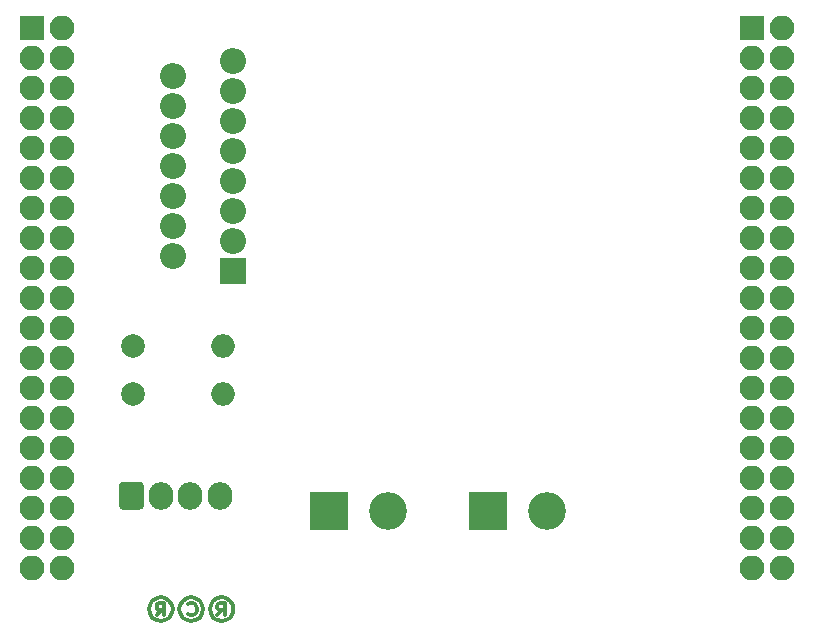
<source format=gbr>
%TF.GenerationSoftware,KiCad,Pcbnew,(5.1.6)-1*%
%TF.CreationDate,2021-06-09T14:39:38+07:00*%
%TF.ProjectId,test1,74657374-312e-46b6-9963-61645f706362,rev?*%
%TF.SameCoordinates,Original*%
%TF.FileFunction,Soldermask,Bot*%
%TF.FilePolarity,Negative*%
%FSLAX46Y46*%
G04 Gerber Fmt 4.6, Leading zero omitted, Abs format (unit mm)*
G04 Created by KiCad (PCBNEW (5.1.6)-1) date 2021-06-09 14:39:38*
%MOMM*%
%LPD*%
G01*
G04 APERTURE LIST*
%ADD10C,0.300000*%
%ADD11O,2.200000X2.200000*%
%ADD12R,2.200000X2.200000*%
%ADD13O,2.000000X2.000000*%
%ADD14C,2.000000*%
%ADD15C,3.200000*%
%ADD16R,3.200000X3.200000*%
%ADD17O,2.100000X2.350000*%
%ADD18O,2.100000X2.100000*%
%ADD19R,2.100000X2.100000*%
G04 APERTURE END LIST*
D10*
X148964285Y-120964285D02*
X149321428Y-120535714D01*
X149607142Y-120964285D02*
X149607142Y-119964285D01*
X149178571Y-119964285D01*
X149035714Y-120035714D01*
X148964285Y-120178571D01*
X148964285Y-120321428D01*
X149035714Y-120464285D01*
X149178571Y-120535714D01*
X149607142Y-120535714D01*
X149321428Y-119464285D02*
X149678571Y-119535714D01*
X150035714Y-119750000D01*
X150250000Y-120107142D01*
X150321428Y-120464285D01*
X150250000Y-120821428D01*
X150035714Y-121178571D01*
X149678571Y-121392857D01*
X149321428Y-121464285D01*
X148964285Y-121392857D01*
X148607142Y-121178571D01*
X148392857Y-120821428D01*
X148321428Y-120464285D01*
X148392857Y-120107142D01*
X148607142Y-119750000D01*
X148964285Y-119535714D01*
X149321428Y-119464285D01*
X146464285Y-120035714D02*
X146607142Y-119964285D01*
X146892857Y-119964285D01*
X147035714Y-120035714D01*
X147178571Y-120178571D01*
X147250000Y-120321428D01*
X147250000Y-120607142D01*
X147178571Y-120750000D01*
X147035714Y-120892857D01*
X146892857Y-120964285D01*
X146607142Y-120964285D01*
X146464285Y-120892857D01*
X146750000Y-119464285D02*
X147107142Y-119535714D01*
X147464285Y-119750000D01*
X147678571Y-120107142D01*
X147750000Y-120464285D01*
X147678571Y-120821428D01*
X147464285Y-121178571D01*
X147107142Y-121392857D01*
X146750000Y-121464285D01*
X146392857Y-121392857D01*
X146035714Y-121178571D01*
X145821428Y-120821428D01*
X145750000Y-120464285D01*
X145821428Y-120107142D01*
X146035714Y-119750000D01*
X146392857Y-119535714D01*
X146750000Y-119464285D01*
X143821428Y-120964285D02*
X144178571Y-120535714D01*
X144464285Y-120964285D02*
X144464285Y-119964285D01*
X144035714Y-119964285D01*
X143892857Y-120035714D01*
X143821428Y-120178571D01*
X143821428Y-120321428D01*
X143892857Y-120464285D01*
X144035714Y-120535714D01*
X144464285Y-120535714D01*
X144178571Y-119464285D02*
X144535714Y-119535714D01*
X144892857Y-119750000D01*
X145107142Y-120107142D01*
X145178571Y-120464285D01*
X145107142Y-120821428D01*
X144892857Y-121178571D01*
X144535714Y-121392857D01*
X144178571Y-121464285D01*
X143821428Y-121392857D01*
X143464285Y-121178571D01*
X143250000Y-120821428D01*
X143178571Y-120464285D01*
X143250000Y-120107142D01*
X143464285Y-119750000D01*
X143821428Y-119535714D01*
X144178571Y-119464285D01*
D11*
%TO.C,U2*%
X150320000Y-74026000D03*
X145240000Y-75296000D03*
X150320000Y-76566000D03*
X145240000Y-77836000D03*
X150320000Y-79106000D03*
X145240000Y-80376000D03*
X150320000Y-81646000D03*
X145240000Y-82916000D03*
X150320000Y-84186000D03*
X145240000Y-85456000D03*
X150320000Y-86726000D03*
X145240000Y-87996000D03*
X150320000Y-89266000D03*
X145240000Y-90536000D03*
D12*
X150320000Y-91806000D03*
%TD*%
D13*
%TO.C,R2*%
X149464000Y-102252000D03*
D14*
X141844000Y-102252000D03*
%TD*%
D13*
%TO.C,R1*%
X149464000Y-98202000D03*
D14*
X141844000Y-98202000D03*
%TD*%
D15*
%TO.C,J3*%
X163448000Y-112126000D03*
D16*
X158448000Y-112126000D03*
%TD*%
D15*
%TO.C,J2*%
X176910000Y-112126000D03*
D16*
X171910000Y-112126000D03*
%TD*%
D17*
%TO.C,J1*%
X149184000Y-110856000D03*
X146684000Y-110856000D03*
X144184000Y-110856000D03*
G36*
G01*
X140634000Y-111722177D02*
X140634000Y-109989823D01*
G75*
G02*
X140942823Y-109681000I308823J0D01*
G01*
X142425177Y-109681000D01*
G75*
G02*
X142734000Y-109989823I0J-308823D01*
G01*
X142734000Y-111722177D01*
G75*
G02*
X142425177Y-112031000I-308823J0D01*
G01*
X140942823Y-112031000D01*
G75*
G02*
X140634000Y-111722177I0J308823D01*
G01*
G37*
%TD*%
D18*
%TO.C,CN10*%
X196750000Y-116960000D03*
X194210000Y-116960000D03*
X196750000Y-114420000D03*
X194210000Y-114420000D03*
X196750000Y-111880000D03*
X194210000Y-111880000D03*
X196750000Y-109340000D03*
X194210000Y-109340000D03*
X196750000Y-106800000D03*
X194210000Y-106800000D03*
X196750000Y-104260000D03*
X194210000Y-104260000D03*
X196750000Y-101720000D03*
X194210000Y-101720000D03*
X196750000Y-99180000D03*
X194210000Y-99180000D03*
X196750000Y-96640000D03*
X194210000Y-96640000D03*
X196750000Y-94100000D03*
X194210000Y-94100000D03*
X196750000Y-91560000D03*
X194210000Y-91560000D03*
X196750000Y-89020000D03*
X194210000Y-89020000D03*
X196750000Y-86480000D03*
X194210000Y-86480000D03*
X196750000Y-83940000D03*
X194210000Y-83940000D03*
X196750000Y-81400000D03*
X194210000Y-81400000D03*
X196750000Y-78860000D03*
X194210000Y-78860000D03*
X196750000Y-76320000D03*
X194210000Y-76320000D03*
X196750000Y-73780000D03*
X194210000Y-73780000D03*
X196750000Y-71240000D03*
D19*
X194210000Y-71240000D03*
%TD*%
D18*
%TO.C,CN7*%
X135790000Y-116960000D03*
X133250000Y-116960000D03*
X135790000Y-114420000D03*
X133250000Y-114420000D03*
X135790000Y-111880000D03*
X133250000Y-111880000D03*
X135790000Y-109340000D03*
X133250000Y-109340000D03*
X135790000Y-106800000D03*
X133250000Y-106800000D03*
X135790000Y-104260000D03*
X133250000Y-104260000D03*
X135790000Y-101720000D03*
X133250000Y-101720000D03*
X135790000Y-99180000D03*
X133250000Y-99180000D03*
X135790000Y-96640000D03*
X133250000Y-96640000D03*
X135790000Y-94100000D03*
X133250000Y-94100000D03*
X135790000Y-91560000D03*
X133250000Y-91560000D03*
X135790000Y-89020000D03*
X133250000Y-89020000D03*
X135790000Y-86480000D03*
X133250000Y-86480000D03*
X135790000Y-83940000D03*
X133250000Y-83940000D03*
X135790000Y-81400000D03*
X133250000Y-81400000D03*
X135790000Y-78860000D03*
X133250000Y-78860000D03*
X135790000Y-76320000D03*
X133250000Y-76320000D03*
X135790000Y-73780000D03*
X133250000Y-73780000D03*
X135790000Y-71240000D03*
D19*
X133250000Y-71240000D03*
%TD*%
M02*

</source>
